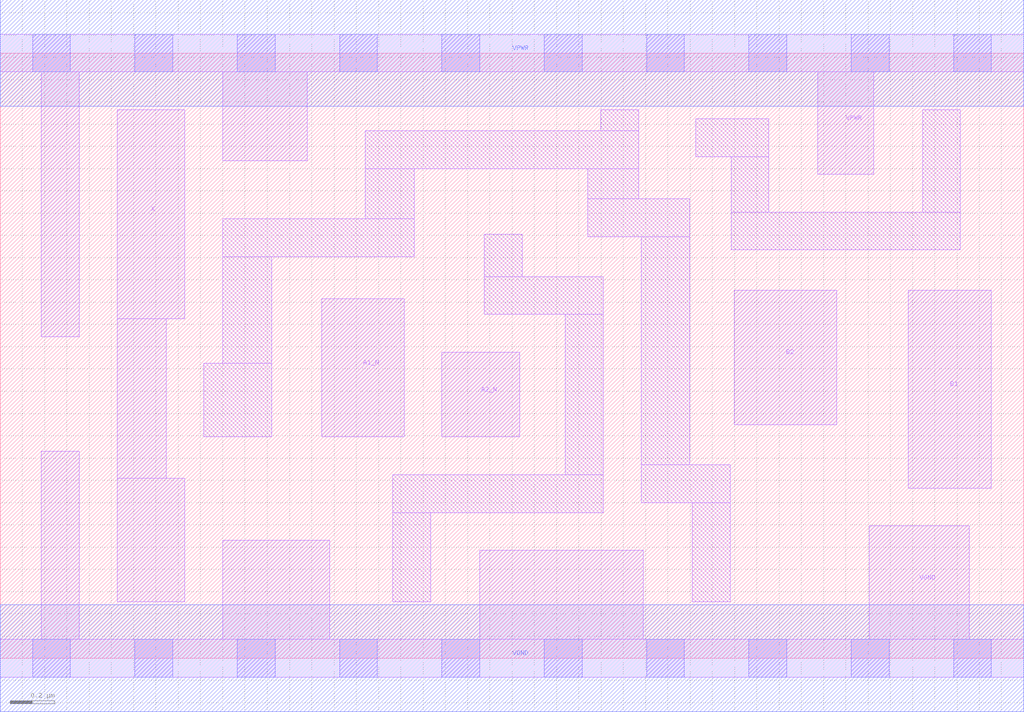
<source format=lef>
# Copyright 2020 The SkyWater PDK Authors
#
# Licensed under the Apache License, Version 2.0 (the "License");
# you may not use this file except in compliance with the License.
# You may obtain a copy of the License at
#
#     https://www.apache.org/licenses/LICENSE-2.0
#
# Unless required by applicable law or agreed to in writing, software
# distributed under the License is distributed on an "AS IS" BASIS,
# WITHOUT WARRANTIES OR CONDITIONS OF ANY KIND, either express or implied.
# See the License for the specific language governing permissions and
# limitations under the License.
#
# SPDX-License-Identifier: Apache-2.0

VERSION 5.7 ;
BUSBITCHARS "[]" ;
DIVIDERCHAR "/" ;
PROPERTYDEFINITIONS
  MACRO maskLayoutSubType STRING ;
  MACRO prCellType STRING ;
  MACRO originalViewName STRING ;
END PROPERTYDEFINITIONS
MACRO sky130_fd_sc_hdll__a2bb2o_2
  ORIGIN  0.000000  0.000000 ;
  CLASS CORE ;
  SYMMETRY X Y R90 ;
  SIZE  4.600000 BY  2.720000 ;
  SITE unithd ;
  PIN A1_N
    ANTENNAGATEAREA  0.178200 ;
    DIRECTION INPUT ;
    USE SIGNAL ;
    PORT
      LAYER li1 ;
        RECT 1.445000 0.995000 1.815000 1.615000 ;
    END
  END A1_N
  PIN A2_N
    ANTENNAGATEAREA  0.178200 ;
    DIRECTION INPUT ;
    USE SIGNAL ;
    PORT
      LAYER li1 ;
        RECT 1.985000 0.995000 2.335000 1.375000 ;
    END
  END A2_N
  PIN B1
    ANTENNAGATEAREA  0.178200 ;
    DIRECTION INPUT ;
    USE SIGNAL ;
    PORT
      LAYER li1 ;
        RECT 4.080000 0.765000 4.455000 1.655000 ;
    END
  END B1
  PIN B2
    ANTENNAGATEAREA  0.178200 ;
    DIRECTION INPUT ;
    USE SIGNAL ;
    PORT
      LAYER li1 ;
        RECT 3.300000 1.050000 3.760000 1.655000 ;
    END
  END B2
  PIN VGND
    DIRECTION INOUT ;
    USE SIGNAL ;
    PORT
      LAYER li1 ;
        RECT 0.000000 -0.085000 4.600000 0.085000 ;
        RECT 0.185000  0.085000 0.355000 0.930000 ;
        RECT 1.000000  0.085000 1.480000 0.530000 ;
        RECT 2.155000  0.085000 2.890000 0.485000 ;
        RECT 3.905000  0.085000 4.355000 0.595000 ;
      LAYER met1 ;
        RECT 0.000000 -0.240000 4.600000 0.240000 ;
    END
  END VGND
  PIN VPWR
    DIRECTION INOUT ;
    USE SIGNAL ;
    PORT
      LAYER li1 ;
        RECT 0.000000 2.635000 4.600000 2.805000 ;
        RECT 0.185000 1.445000 0.355000 2.635000 ;
        RECT 1.000000 2.235000 1.380000 2.635000 ;
        RECT 3.675000 2.175000 3.925000 2.635000 ;
      LAYER met1 ;
        RECT 0.000000 2.480000 4.600000 2.960000 ;
    END
  END VPWR
  PIN X
    ANTENNADIFFAREA  0.498000 ;
    DIRECTION OUTPUT ;
    USE SIGNAL ;
    PORT
      LAYER li1 ;
        RECT 0.525000 0.255000 0.830000 0.810000 ;
        RECT 0.525000 0.810000 0.745000 1.525000 ;
        RECT 0.525000 1.525000 0.830000 2.465000 ;
    END
  END X
  OBS
    LAYER li1 ;
      RECT 0.915000 0.995000 1.220000 1.325000 ;
      RECT 1.000000 1.325000 1.220000 1.805000 ;
      RECT 1.000000 1.805000 1.860000 1.975000 ;
      RECT 1.640000 1.975000 1.860000 2.200000 ;
      RECT 1.640000 2.200000 2.870000 2.370000 ;
      RECT 1.765000 0.255000 1.935000 0.655000 ;
      RECT 1.765000 0.655000 2.710000 0.825000 ;
      RECT 2.175000 1.545000 2.710000 1.715000 ;
      RECT 2.175000 1.715000 2.345000 1.905000 ;
      RECT 2.540000 0.825000 2.710000 1.545000 ;
      RECT 2.640000 1.895000 3.100000 2.065000 ;
      RECT 2.640000 2.065000 2.870000 2.200000 ;
      RECT 2.700000 2.370000 2.870000 2.465000 ;
      RECT 2.880000 0.700000 3.280000 0.870000 ;
      RECT 2.880000 0.870000 3.100000 1.895000 ;
      RECT 3.110000 0.255000 3.280000 0.700000 ;
      RECT 3.125000 2.255000 3.455000 2.425000 ;
      RECT 3.285000 1.835000 4.315000 2.005000 ;
      RECT 3.285000 2.005000 3.455000 2.255000 ;
      RECT 4.145000 2.005000 4.315000 2.465000 ;
    LAYER mcon ;
      RECT 0.145000 -0.085000 0.315000 0.085000 ;
      RECT 0.145000  2.635000 0.315000 2.805000 ;
      RECT 0.605000 -0.085000 0.775000 0.085000 ;
      RECT 0.605000  2.635000 0.775000 2.805000 ;
      RECT 1.065000 -0.085000 1.235000 0.085000 ;
      RECT 1.065000  2.635000 1.235000 2.805000 ;
      RECT 1.525000 -0.085000 1.695000 0.085000 ;
      RECT 1.525000  2.635000 1.695000 2.805000 ;
      RECT 1.985000 -0.085000 2.155000 0.085000 ;
      RECT 1.985000  2.635000 2.155000 2.805000 ;
      RECT 2.445000 -0.085000 2.615000 0.085000 ;
      RECT 2.445000  2.635000 2.615000 2.805000 ;
      RECT 2.905000 -0.085000 3.075000 0.085000 ;
      RECT 2.905000  2.635000 3.075000 2.805000 ;
      RECT 3.365000 -0.085000 3.535000 0.085000 ;
      RECT 3.365000  2.635000 3.535000 2.805000 ;
      RECT 3.825000 -0.085000 3.995000 0.085000 ;
      RECT 3.825000  2.635000 3.995000 2.805000 ;
      RECT 4.285000 -0.085000 4.455000 0.085000 ;
      RECT 4.285000  2.635000 4.455000 2.805000 ;
  END
  PROPERTY maskLayoutSubType "abstract" ;
  PROPERTY prCellType "standard" ;
  PROPERTY originalViewName "layout" ;
END sky130_fd_sc_hdll__a2bb2o_2

</source>
